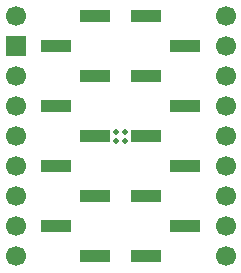
<source format=gbs>
G04 #@! TF.GenerationSoftware,KiCad,Pcbnew,9.0.6*
G04 #@! TF.CreationDate,2026-01-07T12:15:46-06:00*
G04 #@! TF.ProjectId,DHVQFN-14_3.65x3.65_P0.5,44485651-464e-42d3-9134-5f332e363578,rev?*
G04 #@! TF.SameCoordinates,Original*
G04 #@! TF.FileFunction,Soldermask,Bot*
G04 #@! TF.FilePolarity,Negative*
%FSLAX46Y46*%
G04 Gerber Fmt 4.6, Leading zero omitted, Abs format (unit mm)*
G04 Created by KiCad (PCBNEW 9.0.6) date 2026-01-07 12:15:46*
%MOMM*%
%LPD*%
G01*
G04 APERTURE LIST*
%ADD10C,0.508000*%
%ADD11C,1.700000*%
%ADD12R,1.700000X1.700000*%
%ADD13R,2.510000X1.000000*%
G04 APERTURE END LIST*
D10*
X132702300Y-110858300D03*
X132702300Y-111645700D03*
X133489700Y-110858300D03*
X133489700Y-111645700D03*
D11*
X124206000Y-101092000D03*
D12*
X124206000Y-103632000D03*
D11*
X124206000Y-106172000D03*
X124206000Y-108712000D03*
X124206000Y-111252000D03*
X124206000Y-113792000D03*
X124206000Y-116332000D03*
X124206000Y-118872000D03*
X124206000Y-121412000D03*
X141986000Y-101092000D03*
X141986000Y-103632000D03*
X141986000Y-106172000D03*
X141986000Y-108712000D03*
X141986000Y-111252000D03*
X141986000Y-113792000D03*
X141986000Y-116332000D03*
X141986000Y-118872000D03*
X141986000Y-121412000D03*
D13*
X130941000Y-101092000D03*
X127631000Y-103632000D03*
X130941000Y-106172000D03*
X127631000Y-108712000D03*
X130941000Y-111252000D03*
X127631000Y-113792000D03*
X130941000Y-116332000D03*
X127631000Y-118872000D03*
X130941000Y-121412000D03*
X135251000Y-101092000D03*
X138561000Y-103632000D03*
X135251000Y-106172000D03*
X138561000Y-108712000D03*
X135251000Y-111252000D03*
X138561000Y-113792000D03*
X135251000Y-116332000D03*
X138561000Y-118872000D03*
X135251000Y-121412000D03*
M02*

</source>
